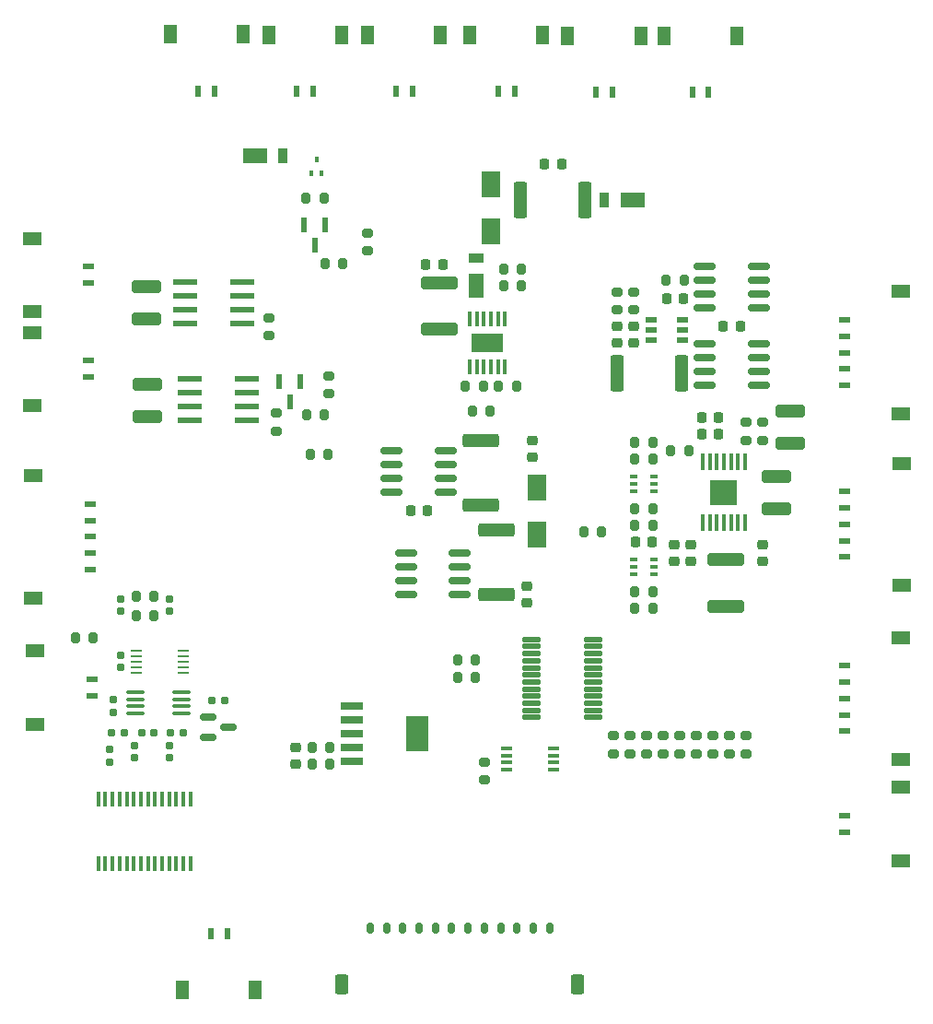
<source format=gbr>
%TF.GenerationSoftware,KiCad,Pcbnew,8.0.4*%
%TF.CreationDate,2024-11-05T10:07:57-05:00*%
%TF.ProjectId,battery_board_v2b,62617474-6572-4795-9f62-6f6172645f76,rev?*%
%TF.SameCoordinates,Original*%
%TF.FileFunction,Paste,Top*%
%TF.FilePolarity,Positive*%
%FSLAX46Y46*%
G04 Gerber Fmt 4.6, Leading zero omitted, Abs format (unit mm)*
G04 Created by KiCad (PCBNEW 8.0.4) date 2024-11-05 10:07:57*
%MOMM*%
%LPD*%
G01*
G04 APERTURE LIST*
G04 Aperture macros list*
%AMRoundRect*
0 Rectangle with rounded corners*
0 $1 Rounding radius*
0 $2 $3 $4 $5 $6 $7 $8 $9 X,Y pos of 4 corners*
0 Add a 4 corners polygon primitive as box body*
4,1,4,$2,$3,$4,$5,$6,$7,$8,$9,$2,$3,0*
0 Add four circle primitives for the rounded corners*
1,1,$1+$1,$2,$3*
1,1,$1+$1,$4,$5*
1,1,$1+$1,$6,$7*
1,1,$1+$1,$8,$9*
0 Add four rect primitives between the rounded corners*
20,1,$1+$1,$2,$3,$4,$5,0*
20,1,$1+$1,$4,$5,$6,$7,0*
20,1,$1+$1,$6,$7,$8,$9,0*
20,1,$1+$1,$8,$9,$2,$3,0*%
G04 Aperture macros list end*
%ADD10C,0.000000*%
%ADD11RoundRect,0.200000X-0.200000X-0.275000X0.200000X-0.275000X0.200000X0.275000X-0.200000X0.275000X0*%
%ADD12RoundRect,0.200000X0.275000X-0.200000X0.275000X0.200000X-0.275000X0.200000X-0.275000X-0.200000X0*%
%ADD13RoundRect,0.225000X-0.250000X0.225000X-0.250000X-0.225000X0.250000X-0.225000X0.250000X0.225000X0*%
%ADD14RoundRect,0.225000X0.250000X-0.225000X0.250000X0.225000X-0.250000X0.225000X-0.250000X-0.225000X0*%
%ADD15RoundRect,0.150000X-0.150000X-0.350000X0.150000X-0.350000X0.150000X0.350000X-0.150000X0.350000X0*%
%ADD16RoundRect,0.250000X-0.375000X-0.650000X0.375000X-0.650000X0.375000X0.650000X-0.375000X0.650000X0*%
%ADD17R,0.900000X1.400000*%
%ADD18R,2.200000X1.400000*%
%ADD19RoundRect,0.225000X-0.225000X-0.250000X0.225000X-0.250000X0.225000X0.250000X-0.225000X0.250000X0*%
%ADD20RoundRect,0.150000X-0.825000X-0.150000X0.825000X-0.150000X0.825000X0.150000X-0.825000X0.150000X0*%
%ADD21R,0.400000X0.510000*%
%ADD22R,0.650000X0.400000*%
%ADD23RoundRect,0.200000X0.200000X0.275000X-0.200000X0.275000X-0.200000X-0.275000X0.200000X-0.275000X0*%
%ADD24R,0.600000X1.000000*%
%ADD25R,1.250000X1.800000*%
%ADD26RoundRect,0.160000X0.197500X0.160000X-0.197500X0.160000X-0.197500X-0.160000X0.197500X-0.160000X0*%
%ADD27R,1.000000X0.600000*%
%ADD28R,1.800000X1.250000*%
%ADD29RoundRect,0.100000X0.712500X0.100000X-0.712500X0.100000X-0.712500X-0.100000X0.712500X-0.100000X0*%
%ADD30RoundRect,0.160000X-0.160000X0.197500X-0.160000X-0.197500X0.160000X-0.197500X0.160000X0.197500X0*%
%ADD31RoundRect,0.150000X-0.587500X-0.150000X0.587500X-0.150000X0.587500X0.150000X-0.587500X0.150000X0*%
%ADD32R,2.209800X0.609600*%
%ADD33RoundRect,0.225000X0.225000X0.250000X-0.225000X0.250000X-0.225000X-0.250000X0.225000X-0.250000X0*%
%ADD34RoundRect,0.250000X1.100000X-0.325000X1.100000X0.325000X-1.100000X0.325000X-1.100000X-0.325000X0*%
%ADD35RoundRect,0.155000X0.155000X-0.212500X0.155000X0.212500X-0.155000X0.212500X-0.155000X-0.212500X0*%
%ADD36R,2.000000X0.650000*%
%ADD37R,2.000000X3.200000*%
%ADD38RoundRect,0.200000X-0.275000X0.200000X-0.275000X-0.200000X0.275000X-0.200000X0.275000X0.200000X0*%
%ADD39R,1.400000X0.900000*%
%ADD40R,1.400000X2.200000*%
%ADD41R,0.304800X1.600200*%
%ADD42R,2.460000X2.310000*%
%ADD43RoundRect,0.020500X0.764500X0.184500X-0.764500X0.184500X-0.764500X-0.184500X0.764500X-0.184500X0*%
%ADD44RoundRect,0.160000X-0.197500X-0.160000X0.197500X-0.160000X0.197500X0.160000X-0.197500X0.160000X0*%
%ADD45RoundRect,0.155000X-0.155000X0.212500X-0.155000X-0.212500X0.155000X-0.212500X0.155000X0.212500X0*%
%ADD46R,0.558800X1.320800*%
%ADD47RoundRect,0.250000X-0.362500X-1.425000X0.362500X-1.425000X0.362500X1.425000X-0.362500X1.425000X0*%
%ADD48RoundRect,0.250000X-1.425000X0.362500X-1.425000X-0.362500X1.425000X-0.362500X1.425000X0.362500X0*%
%ADD49RoundRect,0.250000X-1.450000X0.312500X-1.450000X-0.312500X1.450000X-0.312500X1.450000X0.312500X0*%
%ADD50RoundRect,0.250000X1.450000X-0.312500X1.450000X0.312500X-1.450000X0.312500X-1.450000X-0.312500X0*%
%ADD51RoundRect,0.155000X-0.212500X-0.155000X0.212500X-0.155000X0.212500X0.155000X-0.212500X0.155000X0*%
%ADD52RoundRect,0.250000X0.362500X1.425000X-0.362500X1.425000X-0.362500X-1.425000X0.362500X-1.425000X0*%
%ADD53R,0.450000X1.425000*%
%ADD54R,2.947000X1.753000*%
%ADD55RoundRect,0.250000X-1.100000X0.325000X-1.100000X-0.325000X1.100000X-0.325000X1.100000X0.325000X0*%
%ADD56R,1.100000X0.250000*%
%ADD57R,1.100000X0.400000*%
%ADD58R,1.700000X2.350000*%
%ADD59R,0.450000X1.475000*%
G04 APERTURE END LIST*
D10*
%TO.C,U2*%
G36*
X179180000Y-88064100D02*
G01*
X176720000Y-88064100D01*
X176720000Y-85754100D01*
X179180000Y-85754100D01*
X179180000Y-88064100D01*
G37*
%TD*%
D11*
%TO.C,R43*%
X154800000Y-79450000D03*
X156450000Y-79450000D03*
%TD*%
D12*
%TO.C,R14*%
X145148500Y-64752900D03*
X145148500Y-63102900D03*
%TD*%
D13*
%TO.C,C1*%
X174902000Y-91735100D03*
X174902000Y-93285100D03*
%TD*%
D14*
%TO.C,C16*%
X160325000Y-83675000D03*
X160325000Y-82125000D03*
%TD*%
D15*
%TO.C,J6*%
X145425000Y-126905000D03*
X146925000Y-126905000D03*
X148425000Y-126905000D03*
X149925000Y-126905000D03*
X151425000Y-126905000D03*
X152925000Y-126905000D03*
X154425000Y-126905000D03*
X155925000Y-126905000D03*
X157425000Y-126905000D03*
X158925000Y-126905000D03*
X160425000Y-126905000D03*
X161925000Y-126905000D03*
D16*
X142820000Y-132095000D03*
X164530000Y-132095000D03*
%TD*%
D17*
%TO.C,D5*%
X137434000Y-55977900D03*
D18*
X134884000Y-55977900D03*
%TD*%
D11*
%TO.C,R41*%
X139563899Y-79791599D03*
X141213899Y-79791599D03*
%TD*%
%TO.C,R28*%
X153475000Y-103874800D03*
X155125000Y-103874800D03*
%TD*%
D19*
%TO.C,C17*%
X150548201Y-65986401D03*
X152098201Y-65986401D03*
%TD*%
D20*
%TO.C,Q2*%
X176200000Y-66164000D03*
X176200000Y-67434000D03*
X176200000Y-68704000D03*
X176200000Y-69974000D03*
X181150000Y-69974000D03*
X181150000Y-68704000D03*
X181150000Y-67434000D03*
X181150000Y-66164000D03*
%TD*%
D21*
%TO.C,Q7*%
X139989500Y-57608900D03*
X140989500Y-57608900D03*
X140489500Y-56318900D03*
%TD*%
D22*
%TO.C,Q3*%
X171534000Y-86797100D03*
X171534000Y-86147100D03*
X171534000Y-85497100D03*
X169634000Y-85497100D03*
X169634000Y-86147100D03*
X169634000Y-86797100D03*
%TD*%
D23*
%TO.C,FB1*%
X120000000Y-100250000D03*
X118350000Y-100250000D03*
%TD*%
D24*
%TO.C,J11*%
X176550000Y-50140000D03*
X175050000Y-50140000D03*
D25*
X179155000Y-44950000D03*
X172445000Y-44950000D03*
%TD*%
D26*
%TO.C,R47*%
X128250000Y-109000000D03*
X127055000Y-109000000D03*
%TD*%
D27*
%TO.C,J4*%
X119670000Y-88000000D03*
X119670000Y-89500000D03*
X119670000Y-91000000D03*
X119670000Y-92500000D03*
X119670000Y-94000000D03*
D28*
X114480000Y-85395000D03*
X114480000Y-96605000D03*
%TD*%
D12*
%TO.C,R25*%
X176908800Y-110928561D03*
X176908800Y-109278561D03*
%TD*%
D23*
%TO.C,R31*%
X141730200Y-111894000D03*
X140080200Y-111894000D03*
%TD*%
D24*
%TO.C,J15*%
X158700000Y-50090000D03*
X157200000Y-50090000D03*
D25*
X161305000Y-44900000D03*
X154595000Y-44900000D03*
%TD*%
D11*
%TO.C,R29*%
X153475000Y-102300000D03*
X155125000Y-102300000D03*
%TD*%
D12*
%TO.C,R19*%
X175384800Y-110928562D03*
X175384800Y-109278562D03*
%TD*%
D27*
%TO.C,J19*%
X119540000Y-74825000D03*
X119540000Y-76325000D03*
D28*
X114350000Y-72220000D03*
X114350000Y-78930000D03*
%TD*%
D23*
%TO.C,R34*%
X159361801Y-67916800D03*
X157711801Y-67916800D03*
%TD*%
D11*
%TO.C,R2*%
X172643000Y-67434000D03*
X174293000Y-67434000D03*
%TD*%
D29*
%TO.C,U9*%
X128112500Y-107225000D03*
X128112500Y-106575000D03*
X128112500Y-105925000D03*
X128112500Y-105275000D03*
X123887500Y-105275000D03*
X123887500Y-105925000D03*
X123887500Y-106575000D03*
X123887500Y-107225000D03*
%TD*%
D23*
%TO.C,R9*%
X174711000Y-83099100D03*
X173061000Y-83099100D03*
%TD*%
D30*
%TO.C,R46*%
X121500000Y-110500000D03*
X121500000Y-111695000D03*
%TD*%
D12*
%TO.C,R21*%
X169288800Y-110928562D03*
X169288800Y-109278562D03*
%TD*%
D19*
%TO.C,C5*%
X177900000Y-71625000D03*
X179450000Y-71625000D03*
%TD*%
D24*
%TO.C,J7*%
X130790000Y-127420000D03*
X132290000Y-127420000D03*
D25*
X128185000Y-132610000D03*
X134895000Y-132610000D03*
%TD*%
D23*
%TO.C,R33*%
X158875000Y-77175000D03*
X157225000Y-77175000D03*
%TD*%
D31*
%TO.C,U10*%
X130562500Y-107550000D03*
X130562500Y-109450000D03*
X132437500Y-108500000D03*
%TD*%
D26*
%TO.C,R48*%
X122847500Y-109000000D03*
X121652500Y-109000000D03*
%TD*%
D32*
%TO.C,Q6*%
X133680200Y-71423000D03*
X133680200Y-70153000D03*
X133680200Y-68883000D03*
X133680200Y-67613000D03*
X128447800Y-67613000D03*
X128447800Y-68883000D03*
X128447800Y-70153000D03*
X128447800Y-71423000D03*
%TD*%
D33*
%TO.C,C10*%
X177455000Y-81575100D03*
X175905000Y-81575100D03*
%TD*%
D24*
%TO.C,J16*%
X167700000Y-50140000D03*
X166200000Y-50140000D03*
D25*
X170305000Y-44950000D03*
X163595000Y-44950000D03*
%TD*%
D34*
%TO.C,C3*%
X184050000Y-82425000D03*
X184050000Y-79475000D03*
%TD*%
D24*
%TO.C,J13*%
X140200000Y-50090000D03*
X138700000Y-50090000D03*
D25*
X142805000Y-44900000D03*
X136095000Y-44900000D03*
%TD*%
D14*
%TO.C,C15*%
X138619200Y-111907000D03*
X138619200Y-110357000D03*
%TD*%
D35*
%TO.C,C26*%
X127000000Y-97817500D03*
X127000000Y-96682500D03*
%TD*%
D20*
%TO.C,Q1*%
X176200000Y-73276000D03*
X176200000Y-74546000D03*
X176200000Y-75816000D03*
X176200000Y-77086000D03*
X181150000Y-77086000D03*
X181150000Y-75816000D03*
X181150000Y-74546000D03*
X181150000Y-73276000D03*
%TD*%
D11*
%TO.C,R32*%
X154200000Y-77175000D03*
X155850000Y-77175000D03*
%TD*%
D24*
%TO.C,J12*%
X131150000Y-50040000D03*
X129650000Y-50040000D03*
D25*
X133755000Y-44850000D03*
X127045000Y-44850000D03*
%TD*%
D36*
%TO.C,U5*%
X143747200Y-106560000D03*
X143747200Y-107830000D03*
X143747200Y-109100000D03*
X143747200Y-110370000D03*
X143747200Y-111640000D03*
D37*
X149747200Y-109100000D03*
%TD*%
D38*
%TO.C,R7*%
X181506000Y-80496100D03*
X181506000Y-82146100D03*
%TD*%
D14*
%TO.C,C6*%
X181506000Y-93285100D03*
X181506000Y-91735100D03*
%TD*%
D23*
%TO.C,R30*%
X141730200Y-110370000D03*
X140080200Y-110370000D03*
%TD*%
D14*
%TO.C,C8*%
X168134000Y-73175000D03*
X168134000Y-71625000D03*
%TD*%
D39*
%TO.C,D2*%
X155184001Y-65400000D03*
D40*
X155184001Y-67950000D03*
%TD*%
D41*
%TO.C,U2*%
X179900034Y-84140500D03*
X179250021Y-84140500D03*
X178600012Y-84140500D03*
X177950000Y-84140500D03*
X177299988Y-84140500D03*
X176649979Y-84140500D03*
X175999966Y-84140500D03*
X175999966Y-89677700D03*
X176649979Y-89677700D03*
X177299988Y-89677700D03*
X177950000Y-89677700D03*
X178600012Y-89677700D03*
X179250021Y-89677700D03*
X179900034Y-89677700D03*
D42*
X177950000Y-86909100D03*
%TD*%
D43*
%TO.C,U4*%
X165961801Y-107577562D03*
X165961801Y-106927562D03*
X165961801Y-106277562D03*
X165961801Y-105627562D03*
X165961801Y-104977562D03*
X165961801Y-104327562D03*
X165961801Y-103677562D03*
X165961801Y-103027562D03*
X165961801Y-102377562D03*
X165961801Y-101727562D03*
X165961801Y-101077562D03*
X165961801Y-100427562D03*
X160221801Y-100427562D03*
X160221801Y-101077562D03*
X160221801Y-101727562D03*
X160221801Y-102377562D03*
X160221801Y-103027562D03*
X160221801Y-103677562D03*
X160221801Y-104327562D03*
X160221801Y-104977562D03*
X160221801Y-105627562D03*
X160221801Y-106277562D03*
X160221801Y-106927562D03*
X160221801Y-107577562D03*
%TD*%
D33*
%TO.C,C18*%
X163013801Y-56778400D03*
X161463801Y-56778400D03*
%TD*%
D34*
%TO.C,C19*%
X124945700Y-79945802D03*
X124945700Y-76995802D03*
%TD*%
D11*
%TO.C,R8*%
X169759000Y-89957100D03*
X171409000Y-89957100D03*
%TD*%
%TO.C,R16*%
X141275500Y-65896900D03*
X142925500Y-65896900D03*
%TD*%
D27*
%TO.C,U1*%
X174106000Y-72956000D03*
X174106000Y-72006000D03*
X174106000Y-71056000D03*
X171306000Y-71056000D03*
X171306000Y-72006000D03*
X171306000Y-72956000D03*
%TD*%
D12*
%TO.C,R40*%
X141608099Y-77873400D03*
X141608099Y-76223400D03*
%TD*%
D23*
%TO.C,R6*%
X166700190Y-90563911D03*
X165050190Y-90563911D03*
%TD*%
D12*
%TO.C,R26*%
X173860800Y-110928562D03*
X173860800Y-109278562D03*
%TD*%
D38*
%TO.C,R4*%
X169658000Y-68514000D03*
X169658000Y-70164000D03*
%TD*%
D44*
%TO.C,R49*%
X130902500Y-106000000D03*
X132097500Y-106000000D03*
%TD*%
D45*
%TO.C,C24*%
X121800000Y-105982500D03*
X121800000Y-107117500D03*
%TD*%
D46*
%TO.C,Q8*%
X139004599Y-76705499D03*
X137099599Y-76705499D03*
X138052099Y-78585099D03*
%TD*%
D23*
%TO.C,R10*%
X171409000Y-88433100D03*
X169759000Y-88433100D03*
%TD*%
D27*
%TO.C,J17*%
X119540000Y-66179000D03*
X119540000Y-67679000D03*
D28*
X114350000Y-63574000D03*
X114350000Y-70284000D03*
%TD*%
D23*
%TO.C,R15*%
X171409000Y-83861100D03*
X169759000Y-83861100D03*
%TD*%
D47*
%TO.C,R1*%
X168092500Y-75943000D03*
X174017500Y-75943000D03*
%TD*%
D48*
%TO.C,R22*%
X155641799Y-82116449D03*
X155641799Y-88041449D03*
%TD*%
D27*
%TO.C,J8*%
X189040000Y-118120000D03*
X189040000Y-116620000D03*
D28*
X194230000Y-120725000D03*
X194230000Y-114015000D03*
%TD*%
D20*
%TO.C,U6*%
X148705800Y-92481400D03*
X148705800Y-93751400D03*
X148705800Y-95021400D03*
X148705800Y-96291400D03*
X153655800Y-96291400D03*
X153655800Y-95021400D03*
X153655800Y-93751400D03*
X153655800Y-92481400D03*
%TD*%
D27*
%TO.C,J1*%
X189030000Y-77075000D03*
X189030000Y-75575000D03*
X189030000Y-74075000D03*
X189030000Y-72575000D03*
X189030000Y-71075000D03*
D28*
X194220000Y-79680000D03*
X194220000Y-68470000D03*
%TD*%
D27*
%TO.C,J9*%
X119847500Y-104100000D03*
X119847500Y-105600000D03*
D28*
X114657500Y-101495000D03*
X114657500Y-108205000D03*
%TD*%
D19*
%TO.C,C11*%
X175905000Y-80051100D03*
X177455000Y-80051100D03*
%TD*%
D12*
%TO.C,R20*%
X172336800Y-110928562D03*
X172336800Y-109278562D03*
%TD*%
D49*
%TO.C,L1*%
X178158800Y-93108800D03*
X178158800Y-97383800D03*
%TD*%
D12*
%TO.C,R23*%
X179956800Y-110928562D03*
X179956800Y-109278562D03*
%TD*%
D23*
%TO.C,R11*%
X171409000Y-97577100D03*
X169759000Y-97577100D03*
%TD*%
D50*
%TO.C,L2*%
X151780401Y-71933900D03*
X151780401Y-67658900D03*
%TD*%
D51*
%TO.C,C22*%
X124432500Y-109000000D03*
X125567500Y-109000000D03*
%TD*%
D27*
%TO.C,J2*%
X189080000Y-92850000D03*
X189080000Y-91350000D03*
X189080000Y-89850000D03*
X189080000Y-88350000D03*
X189080000Y-86850000D03*
D28*
X194270000Y-95455000D03*
X194270000Y-84245000D03*
%TD*%
D48*
%TO.C,R37*%
X157022800Y-90407900D03*
X157022800Y-96332900D03*
%TD*%
D11*
%TO.C,R12*%
X169759000Y-96053100D03*
X171409000Y-96053100D03*
%TD*%
D20*
%TO.C,U3*%
X147425000Y-83095000D03*
X147425000Y-84365000D03*
X147425000Y-85635000D03*
X147425000Y-86905000D03*
X152375000Y-86905000D03*
X152375000Y-85635000D03*
X152375000Y-84365000D03*
X152375000Y-83095000D03*
%TD*%
D14*
%TO.C,C9*%
X169658000Y-73175000D03*
X169658000Y-71625000D03*
%TD*%
D13*
%TO.C,C20*%
X159816800Y-95491000D03*
X159816800Y-97041000D03*
%TD*%
D38*
%TO.C,R3*%
X168134000Y-68514000D03*
X168134000Y-70164000D03*
%TD*%
D12*
%TO.C,R18*%
X178432800Y-110928562D03*
X178432800Y-109278562D03*
%TD*%
D11*
%TO.C,FB3*%
X123925000Y-98250000D03*
X125575000Y-98250000D03*
%TD*%
D52*
%TO.C,R36*%
X165150501Y-60080400D03*
X159225501Y-60080400D03*
%TD*%
D45*
%TO.C,C23*%
X123750000Y-110182500D03*
X123750000Y-111317500D03*
%TD*%
D53*
%TO.C,IC2*%
X154575000Y-75412000D03*
X155225000Y-75412000D03*
X155875000Y-75412000D03*
X156525000Y-75412000D03*
X157175000Y-75412000D03*
X157825000Y-75412000D03*
X157825000Y-70988000D03*
X157175000Y-70988000D03*
X156525000Y-70988000D03*
X155875000Y-70988000D03*
X155225000Y-70988000D03*
X154575000Y-70988000D03*
D54*
X156200000Y-73200000D03*
%TD*%
D34*
%TO.C,C13*%
X124841000Y-70944000D03*
X124841000Y-67994000D03*
%TD*%
D11*
%TO.C,FB2*%
X123925000Y-96500000D03*
X125575000Y-96500000D03*
%TD*%
D12*
%TO.C,R42*%
X136832899Y-81277001D03*
X136832899Y-79627001D03*
%TD*%
%TO.C,R27*%
X170812800Y-110928561D03*
X170812800Y-109278561D03*
%TD*%
D17*
%TO.C,D4*%
X166986401Y-60080400D03*
D18*
X169536401Y-60080400D03*
%TD*%
D46*
%TO.C,Q5*%
X141275000Y-62353600D03*
X139370000Y-62353600D03*
X140322500Y-64233200D03*
%TD*%
D19*
%TO.C,C7*%
X172693000Y-69085000D03*
X174243000Y-69085000D03*
%TD*%
D32*
%TO.C,Q9*%
X134115099Y-80325000D03*
X134115099Y-79055000D03*
X134115099Y-77785000D03*
X134115099Y-76515000D03*
X128882699Y-76515000D03*
X128882699Y-77785000D03*
X128882699Y-79055000D03*
X128882699Y-80325000D03*
%TD*%
D35*
%TO.C,C21*%
X127000000Y-111317500D03*
X127000000Y-110182500D03*
%TD*%
D11*
%TO.C,R13*%
X169759000Y-82337100D03*
X171409000Y-82337100D03*
%TD*%
D22*
%TO.C,Q4*%
X171534000Y-94417100D03*
X171534000Y-93767100D03*
X171534000Y-93117100D03*
X169634000Y-93117100D03*
X169634000Y-93767100D03*
X169634000Y-94417100D03*
%TD*%
D19*
%TO.C,C12*%
X169809000Y-91481100D03*
X171359000Y-91481100D03*
%TD*%
D55*
%TO.C,C4*%
X182776000Y-85434100D03*
X182776000Y-88384100D03*
%TD*%
D12*
%TO.C,R38*%
X155900000Y-113325000D03*
X155900000Y-111675000D03*
%TD*%
D13*
%TO.C,C2*%
X173378000Y-91735100D03*
X173378000Y-93285100D03*
%TD*%
D27*
%TO.C,J3*%
X189030000Y-108850000D03*
X189030000Y-107350000D03*
X189030000Y-105850000D03*
X189030000Y-104350000D03*
X189030000Y-102850000D03*
D28*
X194220000Y-111455000D03*
X194220000Y-100245000D03*
%TD*%
D38*
%TO.C,R5*%
X179982000Y-80496100D03*
X179982000Y-82146100D03*
%TD*%
%TO.C,R17*%
X136144000Y-70867000D03*
X136144000Y-72517000D03*
%TD*%
D11*
%TO.C,R39*%
X139522900Y-59929700D03*
X141172900Y-59929700D03*
%TD*%
D56*
%TO.C,U11*%
X123950000Y-101500000D03*
X123950000Y-102000000D03*
X123950000Y-102500000D03*
X123950000Y-103000000D03*
X123950000Y-103500000D03*
X128250000Y-103500000D03*
X128250000Y-103000000D03*
X128250000Y-102500000D03*
X128250000Y-102000000D03*
X128250000Y-101500000D03*
%TD*%
D12*
%TO.C,R24*%
X167771801Y-110927562D03*
X167771801Y-109277562D03*
%TD*%
D57*
%TO.C,IC3*%
X157950000Y-110425000D03*
X157950000Y-111075000D03*
X157950000Y-111725000D03*
X157950000Y-112375000D03*
X162250000Y-112375000D03*
X162250000Y-111725000D03*
X162250000Y-111075000D03*
X162250000Y-110425000D03*
%TD*%
D35*
%TO.C,C25*%
X122500000Y-103000000D03*
X122500000Y-101865000D03*
%TD*%
D58*
%TO.C,D3*%
X156498401Y-62941600D03*
X156498401Y-58641600D03*
%TD*%
D19*
%TO.C,C14*%
X149175000Y-88550000D03*
X150725000Y-88550000D03*
%TD*%
D24*
%TO.C,J14*%
X149300000Y-50090000D03*
X147800000Y-50090000D03*
D25*
X151905000Y-44900000D03*
X145195000Y-44900000D03*
%TD*%
D59*
%TO.C,IC1*%
X128900000Y-115112000D03*
X128250000Y-115112000D03*
X127600000Y-115112000D03*
X126950000Y-115112000D03*
X126300000Y-115112000D03*
X125650000Y-115112000D03*
X125000000Y-115112000D03*
X124350000Y-115112000D03*
X123700000Y-115112000D03*
X123050000Y-115112000D03*
X122400000Y-115112000D03*
X121750000Y-115112000D03*
X121100000Y-115112000D03*
X120450000Y-115112000D03*
X120450000Y-120988000D03*
X121100000Y-120988000D03*
X121750000Y-120988000D03*
X122400000Y-120988000D03*
X123050000Y-120988000D03*
X123700000Y-120988000D03*
X124350000Y-120988000D03*
X125000000Y-120988000D03*
X125650000Y-120988000D03*
X126300000Y-120988000D03*
X126950000Y-120988000D03*
X127600000Y-120988000D03*
X128250000Y-120988000D03*
X128900000Y-120988000D03*
%TD*%
D58*
%TO.C,D1*%
X160800000Y-86450000D03*
X160800000Y-90750000D03*
%TD*%
D11*
%TO.C,R44*%
X139925000Y-83450000D03*
X141575000Y-83450000D03*
%TD*%
%TO.C,R35*%
X157711801Y-66392800D03*
X159361801Y-66392800D03*
%TD*%
D45*
%TO.C,C27*%
X122500000Y-96682500D03*
X122500000Y-97817500D03*
%TD*%
M02*

</source>
